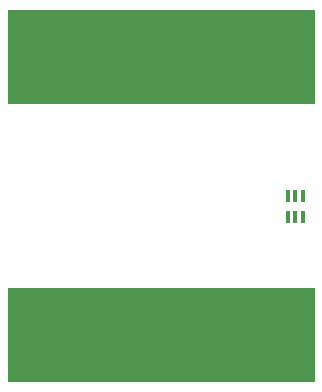
<source format=gbp>
G04 #@! TF.GenerationSoftware,KiCad,Pcbnew,(6.0.5-0)*
G04 #@! TF.CreationDate,2022-12-31T05:29:51-05:00*
G04 #@! TF.ProjectId,antenna-pcb,616e7465-6e6e-4612-9d70-63622e6b6963,rev?*
G04 #@! TF.SameCoordinates,Original*
G04 #@! TF.FileFunction,Paste,Bot*
G04 #@! TF.FilePolarity,Positive*
%FSLAX46Y46*%
G04 Gerber Fmt 4.6, Leading zero omitted, Abs format (unit mm)*
G04 Created by KiCad (PCBNEW (6.0.5-0)) date 2022-12-31 05:29:51*
%MOMM*%
%LPD*%
G01*
G04 APERTURE LIST*
%ADD10R,26.000000X8.000000*%
%ADD11R,2.000000X8.000000*%
%ADD12R,0.350000X1.000000*%
G04 APERTURE END LIST*
D10*
G04 #@! TO.C,AE1*
X118500000Y-86700000D03*
D11*
X130500000Y-86700000D03*
D10*
X118500000Y-110300000D03*
D11*
X130500000Y-110300000D03*
G04 #@! TD*
D12*
G04 #@! TO.C,U1*
X129200000Y-98500000D03*
X129850000Y-98500000D03*
X130500000Y-98500000D03*
X130500000Y-100300000D03*
X129850000Y-100300000D03*
X129200000Y-100300000D03*
G04 #@! TD*
M02*

</source>
